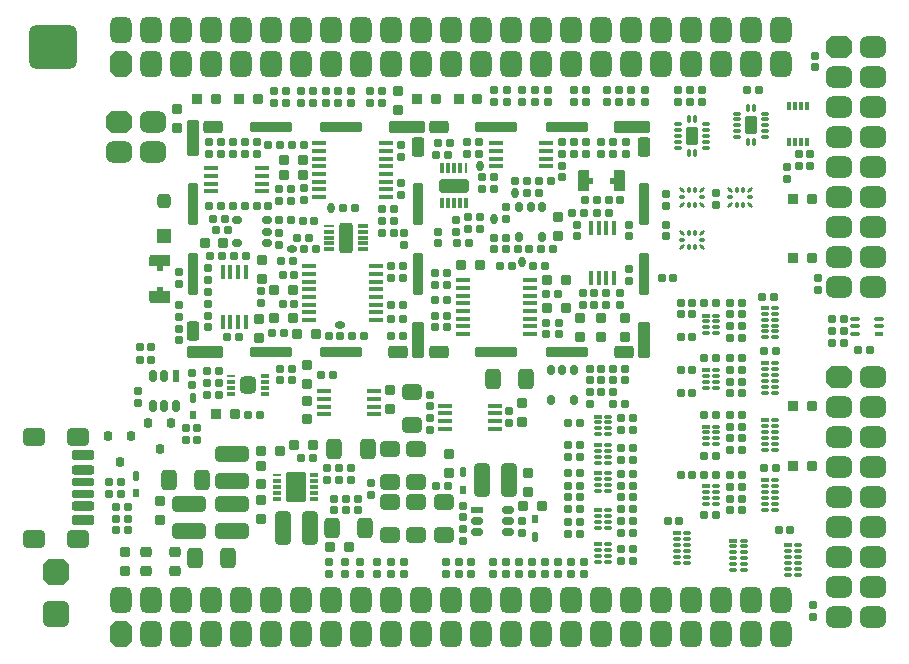
<source format=gbr>
%TF.GenerationSoftware,Altium Limited,Altium Designer,23.9.2 (47)*%
G04 Layer_Color=8388736*
%FSLAX45Y45*%
%MOMM*%
%TF.SameCoordinates,F1AFF133-CB08-443C-B5AD-2193434A7FAF*%
%TF.FilePolarity,Negative*%
%TF.FileFunction,Soldermask,Top*%
%TF.Part,Single*%
G01*
G75*
%TA.AperFunction,SMDPad,CuDef*%
G04:AMPARAMS|DCode=123|XSize=1.73mm|YSize=1.33mm|CornerRadius=0.3525mm|HoleSize=0mm|Usage=FLASHONLY|Rotation=180.000|XOffset=0mm|YOffset=0mm|HoleType=Round|Shape=RoundedRectangle|*
%AMROUNDEDRECTD123*
21,1,1.73000,0.62500,0,0,180.0*
21,1,1.02500,1.33000,0,0,180.0*
1,1,0.70500,-0.51250,0.31250*
1,1,0.70500,0.51250,0.31250*
1,1,0.70500,0.51250,-0.31250*
1,1,0.70500,-0.51250,-0.31250*
%
%ADD123ROUNDEDRECTD123*%
%TA.AperFunction,ComponentPad*%
G04:AMPARAMS|DCode=125|XSize=1.78mm|YSize=2.18mm|CornerRadius=0.465mm|HoleSize=0mm|Usage=FLASHONLY|Rotation=270.000|XOffset=0mm|YOffset=0mm|HoleType=Round|Shape=RoundedRectangle|*
%AMROUNDEDRECTD125*
21,1,1.78000,1.25001,0,0,270.0*
21,1,0.85000,2.18000,0,0,270.0*
1,1,0.93000,-0.62500,-0.42500*
1,1,0.93000,-0.62500,0.42500*
1,1,0.93000,0.62500,0.42500*
1,1,0.93000,0.62500,-0.42500*
%
%ADD125ROUNDEDRECTD125*%
G04:AMPARAMS|DCode=126|XSize=1.78mm|YSize=2.18mm|CornerRadius=0mm|HoleSize=0mm|Usage=FLASHONLY|Rotation=270.000|XOffset=0mm|YOffset=0mm|HoleType=Round|Shape=Octagon|*
%AMOCTAGOND126*
4,1,8,1.09000,0.44500,1.09000,-0.44500,0.64500,-0.89000,-0.64500,-0.89000,-1.09000,-0.44500,-1.09000,0.44500,-0.64500,0.89000,0.64500,0.89000,1.09000,0.44500,0.0*
%
%ADD126OCTAGOND126*%

G04:AMPARAMS|DCode=127|XSize=1.78mm|YSize=2.18mm|CornerRadius=0mm|HoleSize=0mm|Usage=FLASHONLY|Rotation=0.000|XOffset=0mm|YOffset=0mm|HoleType=Round|Shape=Octagon|*
%AMOCTAGOND127*
4,1,8,-0.44500,1.09000,0.44500,1.09000,0.89000,0.64500,0.89000,-0.64500,0.44500,-1.09000,-0.44500,-1.09000,-0.89000,-0.64500,-0.89000,0.64500,-0.44500,1.09000,0.0*
%
%ADD127OCTAGOND127*%

G04:AMPARAMS|DCode=128|XSize=1.78mm|YSize=2.18mm|CornerRadius=0.465mm|HoleSize=0mm|Usage=FLASHONLY|Rotation=0.000|XOffset=0mm|YOffset=0mm|HoleType=Round|Shape=RoundedRectangle|*
%AMROUNDEDRECTD128*
21,1,1.78000,1.25001,0,0,0.0*
21,1,0.85000,2.18000,0,0,0.0*
1,1,0.93000,0.42500,-0.62500*
1,1,0.93000,-0.42500,-0.62500*
1,1,0.93000,-0.42500,0.62500*
1,1,0.93000,0.42500,0.62500*
%
%ADD128ROUNDEDRECTD128*%
G04:AMPARAMS|DCode=129|XSize=1.88mm|YSize=1.53mm|CornerRadius=0.4025mm|HoleSize=0mm|Usage=FLASHONLY|Rotation=180.000|XOffset=0mm|YOffset=0mm|HoleType=Round|Shape=RoundedRectangle|*
%AMROUNDEDRECTD129*
21,1,1.88000,0.72500,0,0,180.0*
21,1,1.07500,1.53000,0,0,180.0*
1,1,0.80500,-0.53750,0.36250*
1,1,0.80500,0.53750,0.36250*
1,1,0.80500,0.53750,-0.36250*
1,1,0.80500,-0.53750,-0.36250*
%
%ADD129ROUNDEDRECTD129*%
G04:AMPARAMS|DCode=130|XSize=4.08mm|YSize=3.68mm|CornerRadius=0.58mm|HoleSize=0mm|Usage=FLASHONLY|Rotation=0.000|XOffset=0mm|YOffset=0mm|HoleType=Round|Shape=RoundedRectangle|*
%AMROUNDEDRECTD130*
21,1,4.08000,2.52000,0,0,0.0*
21,1,2.92000,3.68000,0,0,0.0*
1,1,1.16000,1.46000,-1.26000*
1,1,1.16000,-1.46000,-1.26000*
1,1,1.16000,-1.46000,1.26000*
1,1,1.16000,1.46000,1.26000*
%
%ADD130ROUNDEDRECTD130*%
G04:AMPARAMS|DCode=131|XSize=2.28mm|YSize=2.28mm|CornerRadius=0.59mm|HoleSize=0mm|Usage=FLASHONLY|Rotation=270.000|XOffset=0mm|YOffset=0mm|HoleType=Round|Shape=RoundedRectangle|*
%AMROUNDEDRECTD131*
21,1,2.28000,1.10000,0,0,270.0*
21,1,1.10000,2.28000,0,0,270.0*
1,1,1.18000,-0.55000,-0.55000*
1,1,1.18000,-0.55000,0.55000*
1,1,1.18000,0.55000,0.55000*
1,1,1.18000,0.55000,-0.55000*
%
%ADD131ROUNDEDRECTD131*%
G04:AMPARAMS|DCode=132|XSize=2.28mm|YSize=2.28mm|CornerRadius=0mm|HoleSize=0mm|Usage=FLASHONLY|Rotation=270.000|XOffset=0mm|YOffset=0mm|HoleType=Round|Shape=Octagon|*
%AMOCTAGOND132*
4,1,8,-0.57000,-1.14000,0.57000,-1.14000,1.14000,-0.57000,1.14000,0.57000,0.57000,1.14000,-0.57000,1.14000,-1.14000,0.57000,-1.14000,-0.57000,-0.57000,-1.14000,0.0*
%
%ADD132OCTAGOND132*%

%TA.AperFunction,SMDPad,CuDef*%
G04:AMPARAMS|DCode=600|XSize=2.88mm|YSize=1.38mm|CornerRadius=0.365mm|HoleSize=0mm|Usage=FLASHONLY|Rotation=90.000|XOffset=0mm|YOffset=0mm|HoleType=Round|Shape=RoundedRectangle|*
%AMROUNDEDRECTD600*
21,1,2.88000,0.65000,0,0,90.0*
21,1,2.15000,1.38000,0,0,90.0*
1,1,0.73000,0.32500,1.07500*
1,1,0.73000,0.32500,-1.07500*
1,1,0.73000,-0.32500,-1.07500*
1,1,0.73000,-0.32500,1.07500*
%
%ADD600ROUNDEDRECTD600*%
G04:AMPARAMS|DCode=601|XSize=1.73mm|YSize=1.33mm|CornerRadius=0.3525mm|HoleSize=0mm|Usage=FLASHONLY|Rotation=90.000|XOffset=0mm|YOffset=0mm|HoleType=Round|Shape=RoundedRectangle|*
%AMROUNDEDRECTD601*
21,1,1.73000,0.62500,0,0,90.0*
21,1,1.02500,1.33000,0,0,90.0*
1,1,0.70500,0.31250,0.51250*
1,1,0.70500,0.31250,-0.51250*
1,1,0.70500,-0.31250,-0.51250*
1,1,0.70500,-0.31250,0.51250*
%
%ADD601ROUNDEDRECTD601*%
G04:AMPARAMS|DCode=602|XSize=0.68mm|YSize=0.68mm|CornerRadius=0.19mm|HoleSize=0mm|Usage=FLASHONLY|Rotation=180.000|XOffset=0mm|YOffset=0mm|HoleType=Round|Shape=RoundedRectangle|*
%AMROUNDEDRECTD602*
21,1,0.68000,0.30000,0,0,180.0*
21,1,0.30000,0.68000,0,0,180.0*
1,1,0.38000,-0.15000,0.15000*
1,1,0.38000,0.15000,0.15000*
1,1,0.38000,0.15000,-0.15000*
1,1,0.38000,-0.15000,-0.15000*
%
%ADD602ROUNDEDRECTD602*%
G04:AMPARAMS|DCode=603|XSize=0.68mm|YSize=0.68mm|CornerRadius=0.19mm|HoleSize=0mm|Usage=FLASHONLY|Rotation=270.000|XOffset=0mm|YOffset=0mm|HoleType=Round|Shape=RoundedRectangle|*
%AMROUNDEDRECTD603*
21,1,0.68000,0.30000,0,0,270.0*
21,1,0.30000,0.68000,0,0,270.0*
1,1,0.38000,-0.15000,-0.15000*
1,1,0.38000,-0.15000,0.15000*
1,1,0.38000,0.15000,0.15000*
1,1,0.38000,0.15000,-0.15000*
%
%ADD603ROUNDEDRECTD603*%
%ADD604R,0.66000X0.30000*%
G04:AMPARAMS|DCode=605|XSize=0.3mm|YSize=0.66mm|CornerRadius=0.095mm|HoleSize=0mm|Usage=FLASHONLY|Rotation=90.000|XOffset=0mm|YOffset=0mm|HoleType=Round|Shape=RoundedRectangle|*
%AMROUNDEDRECTD605*
21,1,0.30000,0.47000,0,0,90.0*
21,1,0.11000,0.66000,0,0,90.0*
1,1,0.19000,0.23500,0.05500*
1,1,0.19000,0.23500,-0.05500*
1,1,0.19000,-0.23500,-0.05500*
1,1,0.19000,-0.23500,0.05500*
%
%ADD605ROUNDEDRECTD605*%
G04:AMPARAMS|DCode=606|XSize=0.6mm|YSize=0.28mm|CornerRadius=0mm|HoleSize=0mm|Usage=FLASHONLY|Rotation=315.000|XOffset=0mm|YOffset=0mm|HoleType=Round|Shape=Round|*
%AMOVALD606*
21,1,0.32000,0.28000,0.00000,0.00000,315.0*
1,1,0.28000,-0.11314,0.11314*
1,1,0.28000,0.11314,-0.11314*
%
%ADD606OVALD606*%

%ADD607O,0.28000X0.51000*%
G04:AMPARAMS|DCode=608|XSize=0.6mm|YSize=0.28mm|CornerRadius=0mm|HoleSize=0mm|Usage=FLASHONLY|Rotation=225.000|XOffset=0mm|YOffset=0mm|HoleType=Round|Shape=Round|*
%AMOVALD608*
21,1,0.32000,0.28000,0.00000,0.00000,225.0*
1,1,0.28000,0.11314,0.11314*
1,1,0.28000,-0.11314,-0.11314*
%
%ADD608OVALD608*%

%ADD609O,0.51000X0.28000*%
G04:AMPARAMS|DCode=610|XSize=0.63mm|YSize=0.88mm|CornerRadius=0.1775mm|HoleSize=0mm|Usage=FLASHONLY|Rotation=0.000|XOffset=0mm|YOffset=0mm|HoleType=Round|Shape=RoundedRectangle|*
%AMROUNDEDRECTD610*
21,1,0.63000,0.52500,0,0,0.0*
21,1,0.27500,0.88000,0,0,0.0*
1,1,0.35500,0.13750,-0.26250*
1,1,0.35500,-0.13750,-0.26250*
1,1,0.35500,-0.13750,0.26250*
1,1,0.35500,0.13750,0.26250*
%
%ADD610ROUNDEDRECTD610*%
G04:AMPARAMS|DCode=611|XSize=0.29mm|YSize=0.73mm|CornerRadius=0.0875mm|HoleSize=0mm|Usage=FLASHONLY|Rotation=90.000|XOffset=0mm|YOffset=0mm|HoleType=Round|Shape=RoundedRectangle|*
%AMROUNDEDRECTD611*
21,1,0.29000,0.55500,0,0,90.0*
21,1,0.11500,0.73000,0,0,90.0*
1,1,0.17500,0.27750,0.05750*
1,1,0.17500,0.27750,-0.05750*
1,1,0.17500,-0.27750,-0.05750*
1,1,0.17500,-0.27750,0.05750*
%
%ADD611ROUNDEDRECTD611*%
G04:AMPARAMS|DCode=612|XSize=0.29mm|YSize=0.73mm|CornerRadius=0.0875mm|HoleSize=0mm|Usage=FLASHONLY|Rotation=0.000|XOffset=0mm|YOffset=0mm|HoleType=Round|Shape=RoundedRectangle|*
%AMROUNDEDRECTD612*
21,1,0.29000,0.55500,0,0,0.0*
21,1,0.11500,0.73000,0,0,0.0*
1,1,0.17500,0.05750,-0.27750*
1,1,0.17500,-0.05750,-0.27750*
1,1,0.17500,-0.05750,0.27750*
1,1,0.17500,0.05750,0.27750*
%
%ADD612ROUNDEDRECTD612*%
G04:AMPARAMS|DCode=613|XSize=1.06mm|YSize=1.56mm|CornerRadius=0.28mm|HoleSize=0mm|Usage=FLASHONLY|Rotation=0.000|XOffset=0mm|YOffset=0mm|HoleType=Round|Shape=RoundedRectangle|*
%AMROUNDEDRECTD613*
21,1,1.06000,1.00000,0,0,0.0*
21,1,0.50000,1.56000,0,0,0.0*
1,1,0.56000,0.25000,-0.50000*
1,1,0.56000,-0.25000,-0.50000*
1,1,0.56000,-0.25000,0.50000*
1,1,0.56000,0.25000,0.50000*
%
%ADD613ROUNDEDRECTD613*%
G04:AMPARAMS|DCode=614|XSize=0.29mm|YSize=0.76mm|CornerRadius=0.0875mm|HoleSize=0mm|Usage=FLASHONLY|Rotation=90.000|XOffset=0mm|YOffset=0mm|HoleType=Round|Shape=RoundedRectangle|*
%AMROUNDEDRECTD614*
21,1,0.29000,0.58500,0,0,90.0*
21,1,0.11500,0.76000,0,0,90.0*
1,1,0.17500,0.29250,0.05750*
1,1,0.17500,0.29250,-0.05750*
1,1,0.17500,-0.29250,-0.05750*
1,1,0.17500,-0.29250,0.05750*
%
%ADD614ROUNDEDRECTD614*%
G04:AMPARAMS|DCode=615|XSize=2.56mm|YSize=1.71mm|CornerRadius=0.195mm|HoleSize=0mm|Usage=FLASHONLY|Rotation=90.000|XOffset=0mm|YOffset=0mm|HoleType=Round|Shape=RoundedRectangle|*
%AMROUNDEDRECTD615*
21,1,2.56000,1.32000,0,0,90.0*
21,1,2.17000,1.71000,0,0,90.0*
1,1,0.39000,0.66000,1.08500*
1,1,0.39000,0.66000,-1.08500*
1,1,0.39000,-0.66000,-1.08500*
1,1,0.39000,-0.66000,1.08500*
%
%ADD615ROUNDEDRECTD615*%
%ADD616R,0.76000X0.29000*%
%ADD617R,1.21000X0.41000*%
G04:AMPARAMS|DCode=618|XSize=0.41mm|YSize=1.21mm|CornerRadius=0.1175mm|HoleSize=0mm|Usage=FLASHONLY|Rotation=90.000|XOffset=0mm|YOffset=0mm|HoleType=Round|Shape=RoundedRectangle|*
%AMROUNDEDRECTD618*
21,1,0.41000,0.97500,0,0,90.0*
21,1,0.17500,1.21000,0,0,90.0*
1,1,0.23500,0.48750,0.08750*
1,1,0.23500,0.48750,-0.08750*
1,1,0.23500,-0.48750,-0.08750*
1,1,0.23500,-0.48750,0.08750*
%
%ADD618ROUNDEDRECTD618*%
G04:AMPARAMS|DCode=619|XSize=0.63mm|YSize=0.98mm|CornerRadius=0.1775mm|HoleSize=0mm|Usage=FLASHONLY|Rotation=90.000|XOffset=0mm|YOffset=0mm|HoleType=Round|Shape=RoundedRectangle|*
%AMROUNDEDRECTD619*
21,1,0.63000,0.62500,0,0,90.0*
21,1,0.27500,0.98000,0,0,90.0*
1,1,0.35500,0.31250,0.13750*
1,1,0.35500,0.31250,-0.13750*
1,1,0.35500,-0.31250,-0.13750*
1,1,0.35500,-0.31250,0.13750*
%
%ADD619ROUNDEDRECTD619*%
%ADD620R,0.98000X0.63000*%
G04:AMPARAMS|DCode=621|XSize=0.63mm|YSize=0.98mm|CornerRadius=0.1775mm|HoleSize=0mm|Usage=FLASHONLY|Rotation=0.000|XOffset=0mm|YOffset=0mm|HoleType=Round|Shape=RoundedRectangle|*
%AMROUNDEDRECTD621*
21,1,0.63000,0.62500,0,0,0.0*
21,1,0.27500,0.98000,0,0,0.0*
1,1,0.35500,0.13750,-0.31250*
1,1,0.35500,-0.13750,-0.31250*
1,1,0.35500,-0.13750,0.31250*
1,1,0.35500,0.13750,0.31250*
%
%ADD621ROUNDEDRECTD621*%
%ADD622R,0.63000X0.98000*%
G04:AMPARAMS|DCode=623|XSize=1.46mm|YSize=1.36mm|CornerRadius=0.355mm|HoleSize=0mm|Usage=FLASHONLY|Rotation=90.000|XOffset=0mm|YOffset=0mm|HoleType=Round|Shape=RoundedRectangle|*
%AMROUNDEDRECTD623*
21,1,1.46000,0.65000,0,0,90.0*
21,1,0.75000,1.36000,0,0,90.0*
1,1,0.71000,0.32500,0.37500*
1,1,0.71000,0.32500,-0.37500*
1,1,0.71000,-0.32500,-0.37500*
1,1,0.71000,-0.32500,0.37500*
%
%ADD623ROUNDEDRECTD623*%
%ADD624R,0.78000X0.41000*%
G04:AMPARAMS|DCode=625|XSize=0.41mm|YSize=0.78mm|CornerRadius=0.1225mm|HoleSize=0mm|Usage=FLASHONLY|Rotation=270.000|XOffset=0mm|YOffset=0mm|HoleType=Round|Shape=RoundedRectangle|*
%AMROUNDEDRECTD625*
21,1,0.41000,0.53500,0,0,270.0*
21,1,0.16500,0.78000,0,0,270.0*
1,1,0.24500,-0.26750,-0.08250*
1,1,0.24500,-0.26750,0.08250*
1,1,0.24500,0.26750,0.08250*
1,1,0.24500,0.26750,-0.08250*
%
%ADD625ROUNDEDRECTD625*%
%ADD626R,0.30000X0.75000*%
G04:AMPARAMS|DCode=627|XSize=0.3mm|YSize=0.75mm|CornerRadius=0.0875mm|HoleSize=0mm|Usage=FLASHONLY|Rotation=0.000|XOffset=0mm|YOffset=0mm|HoleType=Round|Shape=RoundedRectangle|*
%AMROUNDEDRECTD627*
21,1,0.30000,0.57500,0,0,0.0*
21,1,0.12500,0.75000,0,0,0.0*
1,1,0.17500,0.06250,-0.28750*
1,1,0.17500,-0.06250,-0.28750*
1,1,0.17500,-0.06250,0.28750*
1,1,0.17500,0.06250,0.28750*
%
%ADD627ROUNDEDRECTD627*%
G04:AMPARAMS|DCode=628|XSize=0.63mm|YSize=0.88mm|CornerRadius=0.1775mm|HoleSize=0mm|Usage=FLASHONLY|Rotation=270.000|XOffset=0mm|YOffset=0mm|HoleType=Round|Shape=RoundedRectangle|*
%AMROUNDEDRECTD628*
21,1,0.63000,0.52500,0,0,270.0*
21,1,0.27500,0.88000,0,0,270.0*
1,1,0.35500,-0.26250,-0.13750*
1,1,0.35500,-0.26250,0.13750*
1,1,0.35500,0.26250,0.13750*
1,1,0.35500,0.26250,-0.13750*
%
%ADD628ROUNDEDRECTD628*%
%ADD629R,1.26000X0.41000*%
G04:AMPARAMS|DCode=630|XSize=0.41mm|YSize=1.26mm|CornerRadius=0.1175mm|HoleSize=0mm|Usage=FLASHONLY|Rotation=90.000|XOffset=0mm|YOffset=0mm|HoleType=Round|Shape=RoundedRectangle|*
%AMROUNDEDRECTD630*
21,1,0.41000,1.02500,0,0,90.0*
21,1,0.17500,1.26000,0,0,90.0*
1,1,0.23500,0.51250,0.08750*
1,1,0.23500,0.51250,-0.08750*
1,1,0.23500,-0.51250,-0.08750*
1,1,0.23500,-0.51250,0.08750*
%
%ADD630ROUNDEDRECTD630*%
G04:AMPARAMS|DCode=631|XSize=2.61mm|YSize=1.16mm|CornerRadius=0.305mm|HoleSize=0mm|Usage=FLASHONLY|Rotation=90.000|XOffset=0mm|YOffset=0mm|HoleType=Round|Shape=RoundedRectangle|*
%AMROUNDEDRECTD631*
21,1,2.61000,0.55000,0,0,90.0*
21,1,2.00000,1.16000,0,0,90.0*
1,1,0.61000,0.27500,1.00000*
1,1,0.61000,0.27500,-1.00000*
1,1,0.61000,-0.27500,-1.00000*
1,1,0.61000,-0.27500,1.00000*
%
%ADD631ROUNDEDRECTD631*%
G04:AMPARAMS|DCode=632|XSize=0.29mm|YSize=0.91mm|CornerRadius=0.0875mm|HoleSize=0mm|Usage=FLASHONLY|Rotation=90.000|XOffset=0mm|YOffset=0mm|HoleType=Round|Shape=RoundedRectangle|*
%AMROUNDEDRECTD632*
21,1,0.29000,0.73500,0,0,90.0*
21,1,0.11500,0.91000,0,0,90.0*
1,1,0.17500,0.36750,0.05750*
1,1,0.17500,0.36750,-0.05750*
1,1,0.17500,-0.36750,-0.05750*
1,1,0.17500,-0.36750,0.05750*
%
%ADD632ROUNDEDRECTD632*%
%ADD633R,0.91000X0.29000*%
%ADD634R,0.41000X1.21000*%
G04:AMPARAMS|DCode=635|XSize=0.41mm|YSize=1.21mm|CornerRadius=0.1175mm|HoleSize=0mm|Usage=FLASHONLY|Rotation=180.000|XOffset=0mm|YOffset=0mm|HoleType=Round|Shape=RoundedRectangle|*
%AMROUNDEDRECTD635*
21,1,0.41000,0.97500,0,0,180.0*
21,1,0.17500,1.21000,0,0,180.0*
1,1,0.23500,-0.08750,0.48750*
1,1,0.23500,0.08750,0.48750*
1,1,0.23500,0.08750,-0.48750*
1,1,0.23500,-0.08750,-0.48750*
%
%ADD635ROUNDEDRECTD635*%
G04:AMPARAMS|DCode=636|XSize=2.61mm|YSize=1.16mm|CornerRadius=0.305mm|HoleSize=0mm|Usage=FLASHONLY|Rotation=0.000|XOffset=0mm|YOffset=0mm|HoleType=Round|Shape=RoundedRectangle|*
%AMROUNDEDRECTD636*
21,1,2.61000,0.55000,0,0,0.0*
21,1,2.00000,1.16000,0,0,0.0*
1,1,0.61000,1.00000,-0.27500*
1,1,0.61000,-1.00000,-0.27500*
1,1,0.61000,-1.00000,0.27500*
1,1,0.61000,1.00000,0.27500*
%
%ADD636ROUNDEDRECTD636*%
G04:AMPARAMS|DCode=637|XSize=0.29mm|YSize=0.91mm|CornerRadius=0.0875mm|HoleSize=0mm|Usage=FLASHONLY|Rotation=0.000|XOffset=0mm|YOffset=0mm|HoleType=Round|Shape=RoundedRectangle|*
%AMROUNDEDRECTD637*
21,1,0.29000,0.73500,0,0,0.0*
21,1,0.11500,0.91000,0,0,0.0*
1,1,0.17500,0.05750,-0.36750*
1,1,0.17500,-0.05750,-0.36750*
1,1,0.17500,-0.05750,0.36750*
1,1,0.17500,0.05750,0.36750*
%
%ADD637ROUNDEDRECTD637*%
%ADD638R,0.29000X0.91000*%
%ADD639O,0.88000X0.68000*%
%ADD640O,0.68000X0.88000*%
G04:AMPARAMS|DCode=641|XSize=0.68mm|YSize=0.78mm|CornerRadius=0.19mm|HoleSize=0mm|Usage=FLASHONLY|Rotation=0.000|XOffset=0mm|YOffset=0mm|HoleType=Round|Shape=RoundedRectangle|*
%AMROUNDEDRECTD641*
21,1,0.68000,0.40000,0,0,0.0*
21,1,0.30000,0.78000,0,0,0.0*
1,1,0.38000,0.15000,-0.20000*
1,1,0.38000,-0.15000,-0.20000*
1,1,0.38000,-0.15000,0.20000*
1,1,0.38000,0.15000,0.20000*
%
%ADD641ROUNDEDRECTD641*%
%ADD642O,1.78000X0.38000*%
%ADD643R,0.54000X1.00000*%
%ADD644O,0.38000X1.78000*%
%ADD645R,1.00000X0.54000*%
G04:AMPARAMS|DCode=646|XSize=1.88mm|YSize=0.71mm|CornerRadius=0.1975mm|HoleSize=0mm|Usage=FLASHONLY|Rotation=180.000|XOffset=0mm|YOffset=0mm|HoleType=Round|Shape=RoundedRectangle|*
%AMROUNDEDRECTD646*
21,1,1.88000,0.31500,0,0,180.0*
21,1,1.48500,0.71000,0,0,180.0*
1,1,0.39500,-0.74250,0.15750*
1,1,0.39500,0.74250,0.15750*
1,1,0.39500,0.74250,-0.15750*
1,1,0.39500,-0.74250,-0.15750*
%
%ADD646ROUNDEDRECTD646*%
G04:AMPARAMS|DCode=647|XSize=1.88mm|YSize=0.8mm|CornerRadius=0.22mm|HoleSize=0mm|Usage=FLASHONLY|Rotation=180.000|XOffset=0mm|YOffset=0mm|HoleType=Round|Shape=RoundedRectangle|*
%AMROUNDEDRECTD647*
21,1,1.88000,0.36000,0,0,180.0*
21,1,1.44000,0.80000,0,0,180.0*
1,1,0.44000,-0.72000,0.18000*
1,1,0.44000,0.72000,0.18000*
1,1,0.44000,0.72000,-0.18000*
1,1,0.44000,-0.72000,-0.18000*
%
%ADD647ROUNDEDRECTD647*%
G04:AMPARAMS|DCode=648|XSize=1.88mm|YSize=0.88mm|CornerRadius=0.24mm|HoleSize=0mm|Usage=FLASHONLY|Rotation=180.000|XOffset=0mm|YOffset=0mm|HoleType=Round|Shape=RoundedRectangle|*
%AMROUNDEDRECTD648*
21,1,1.88000,0.40000,0,0,180.0*
21,1,1.40000,0.88000,0,0,180.0*
1,1,0.48000,-0.70000,0.20000*
1,1,0.48000,0.70000,0.20000*
1,1,0.48000,0.70000,-0.20000*
1,1,0.48000,-0.70000,-0.20000*
%
%ADD648ROUNDEDRECTD648*%
G04:AMPARAMS|DCode=649|XSize=3.08mm|YSize=1.08mm|CornerRadius=0.29mm|HoleSize=0mm|Usage=FLASHONLY|Rotation=90.000|XOffset=0mm|YOffset=0mm|HoleType=Round|Shape=RoundedRectangle|*
%AMROUNDEDRECTD649*
21,1,3.08000,0.50000,0,0,90.0*
21,1,2.50000,1.08000,0,0,90.0*
1,1,0.58000,0.25000,1.25000*
1,1,0.58000,0.25000,-1.25000*
1,1,0.58000,-0.25000,-1.25000*
1,1,0.58000,-0.25000,1.25000*
%
%ADD649ROUNDEDRECTD649*%
%TA.AperFunction,SMDPad,SMDef*%
G04:AMPARAMS|DCode=650|XSize=3.6mm|YSize=0.8mm|CornerRadius=0.15mm|HoleSize=0mm|Usage=FLASHONLY|Rotation=90.000|XOffset=0mm|YOffset=0mm|HoleType=Round|Shape=RoundedRectangle|*
%AMROUNDEDRECTD650*
21,1,3.60000,0.50000,0,0,90.0*
21,1,3.30000,0.80000,0,0,90.0*
1,1,0.30000,0.25000,1.65000*
1,1,0.30000,0.25000,-1.65000*
1,1,0.30000,-0.25000,-1.65000*
1,1,0.30000,-0.25000,1.65000*
%
%ADD650ROUNDEDRECTD650*%
%TA.AperFunction,SMDPad,CuDef*%
G04:AMPARAMS|DCode=651|XSize=1.68mm|YSize=1.08mm|CornerRadius=0.29mm|HoleSize=0mm|Usage=FLASHONLY|Rotation=180.000|XOffset=0mm|YOffset=0mm|HoleType=Round|Shape=RoundedRectangle|*
%AMROUNDEDRECTD651*
21,1,1.68000,0.50000,0,0,180.0*
21,1,1.10000,1.08000,0,0,180.0*
1,1,0.58000,-0.55000,0.25000*
1,1,0.58000,0.55000,0.25000*
1,1,0.58000,0.55000,-0.25000*
1,1,0.58000,-0.55000,-0.25000*
%
%ADD651ROUNDEDRECTD651*%
G04:AMPARAMS|DCode=652|XSize=3.08mm|YSize=1.08mm|CornerRadius=0.29mm|HoleSize=0mm|Usage=FLASHONLY|Rotation=0.000|XOffset=0mm|YOffset=0mm|HoleType=Round|Shape=RoundedRectangle|*
%AMROUNDEDRECTD652*
21,1,3.08000,0.50000,0,0,0.0*
21,1,2.50000,1.08000,0,0,0.0*
1,1,0.58000,1.25000,-0.25000*
1,1,0.58000,-1.25000,-0.25000*
1,1,0.58000,-1.25000,0.25000*
1,1,0.58000,1.25000,0.25000*
%
%ADD652ROUNDEDRECTD652*%
%TA.AperFunction,SMDPad,SMDef*%
G04:AMPARAMS|DCode=653|XSize=3.596mm|YSize=0.796mm|CornerRadius=0.148mm|HoleSize=0mm|Usage=FLASHONLY|Rotation=0.000|XOffset=0mm|YOffset=0mm|HoleType=Round|Shape=RoundedRectangle|*
%AMROUNDEDRECTD653*
21,1,3.59600,0.50000,0,0,0.0*
21,1,3.30000,0.79600,0,0,0.0*
1,1,0.29600,1.65000,-0.25000*
1,1,0.29600,-1.65000,-0.25000*
1,1,0.29600,-1.65000,0.25000*
1,1,0.29600,1.65000,0.25000*
%
%ADD653ROUNDEDRECTD653*%
G04:AMPARAMS|DCode=654|XSize=3.6mm|YSize=0.8mm|CornerRadius=0.15mm|HoleSize=0mm|Usage=FLASHONLY|Rotation=0.000|XOffset=0mm|YOffset=0mm|HoleType=Round|Shape=RoundedRectangle|*
%AMROUNDEDRECTD654*
21,1,3.60000,0.50000,0,0,0.0*
21,1,3.30000,0.80000,0,0,0.0*
1,1,0.30000,1.65000,-0.25000*
1,1,0.30000,-1.65000,-0.25000*
1,1,0.30000,-1.65000,0.25000*
1,1,0.30000,1.65000,0.25000*
%
%ADD654ROUNDEDRECTD654*%
%TA.AperFunction,SMDPad,CuDef*%
G04:AMPARAMS|DCode=655|XSize=1.68mm|YSize=1.08mm|CornerRadius=0.29mm|HoleSize=0mm|Usage=FLASHONLY|Rotation=90.000|XOffset=0mm|YOffset=0mm|HoleType=Round|Shape=RoundedRectangle|*
%AMROUNDEDRECTD655*
21,1,1.68000,0.50000,0,0,90.0*
21,1,1.10000,1.08000,0,0,90.0*
1,1,0.58000,0.25000,0.55000*
1,1,0.58000,0.25000,-0.55000*
1,1,0.58000,-0.25000,-0.55000*
1,1,0.58000,-0.25000,0.55000*
%
%ADD655ROUNDEDRECTD655*%
G04:AMPARAMS|DCode=656|XSize=2.88mm|YSize=1.38mm|CornerRadius=0.365mm|HoleSize=0mm|Usage=FLASHONLY|Rotation=0.000|XOffset=0mm|YOffset=0mm|HoleType=Round|Shape=RoundedRectangle|*
%AMROUNDEDRECTD656*
21,1,2.88000,0.65000,0,0,0.0*
21,1,2.15000,1.38000,0,0,0.0*
1,1,0.73000,1.07500,-0.32500*
1,1,0.73000,-1.07500,-0.32500*
1,1,0.73000,-1.07500,0.32500*
1,1,0.73000,1.07500,0.32500*
%
%ADD656ROUNDEDRECTD656*%
G04:AMPARAMS|DCode=657|XSize=0.98mm|YSize=0.88mm|CornerRadius=0.24mm|HoleSize=0mm|Usage=FLASHONLY|Rotation=0.000|XOffset=0mm|YOffset=0mm|HoleType=Round|Shape=RoundedRectangle|*
%AMROUNDEDRECTD657*
21,1,0.98000,0.40000,0,0,0.0*
21,1,0.50000,0.88000,0,0,0.0*
1,1,0.48000,0.25000,-0.20000*
1,1,0.48000,-0.25000,-0.20000*
1,1,0.48000,-0.25000,0.20000*
1,1,0.48000,0.25000,0.20000*
%
%ADD657ROUNDEDRECTD657*%
G04:AMPARAMS|DCode=658|XSize=0.88mm|YSize=0.88mm|CornerRadius=0.24mm|HoleSize=0mm|Usage=FLASHONLY|Rotation=90.000|XOffset=0mm|YOffset=0mm|HoleType=Round|Shape=RoundedRectangle|*
%AMROUNDEDRECTD658*
21,1,0.88000,0.40000,0,0,90.0*
21,1,0.40000,0.88000,0,0,90.0*
1,1,0.48000,0.20000,0.20000*
1,1,0.48000,0.20000,-0.20000*
1,1,0.48000,-0.20000,-0.20000*
1,1,0.48000,-0.20000,0.20000*
%
%ADD658ROUNDEDRECTD658*%
%ADD659R,0.88000X0.88000*%
%ADD660R,0.58000X0.78000*%
G04:AMPARAMS|DCode=661|XSize=0.58mm|YSize=0.78mm|CornerRadius=0.165mm|HoleSize=0mm|Usage=FLASHONLY|Rotation=180.000|XOffset=0mm|YOffset=0mm|HoleType=Round|Shape=RoundedRectangle|*
%AMROUNDEDRECTD661*
21,1,0.58000,0.45000,0,0,180.0*
21,1,0.25000,0.78000,0,0,180.0*
1,1,0.33000,-0.12500,0.22500*
1,1,0.33000,0.12500,0.22500*
1,1,0.33000,0.12500,-0.22500*
1,1,0.33000,-0.12500,-0.22500*
%
%ADD661ROUNDEDRECTD661*%
%ADD662R,1.18000X1.18000*%
G04:AMPARAMS|DCode=663|XSize=1.18mm|YSize=1.18mm|CornerRadius=0.315mm|HoleSize=0mm|Usage=FLASHONLY|Rotation=180.000|XOffset=0mm|YOffset=0mm|HoleType=Round|Shape=RoundedRectangle|*
%AMROUNDEDRECTD663*
21,1,1.18000,0.55000,0,0,180.0*
21,1,0.55000,1.18000,0,0,180.0*
1,1,0.63000,-0.27500,0.27500*
1,1,0.63000,0.27500,0.27500*
1,1,0.63000,0.27500,-0.27500*
1,1,0.63000,-0.27500,-0.27500*
%
%ADD663ROUNDEDRECTD663*%
G04:AMPARAMS|DCode=664|XSize=0.88mm|YSize=0.88mm|CornerRadius=0.24mm|HoleSize=0mm|Usage=FLASHONLY|Rotation=180.000|XOffset=0mm|YOffset=0mm|HoleType=Round|Shape=RoundedRectangle|*
%AMROUNDEDRECTD664*
21,1,0.88000,0.40000,0,0,180.0*
21,1,0.40000,0.88000,0,0,180.0*
1,1,0.48000,-0.20000,0.20000*
1,1,0.48000,0.20000,0.20000*
1,1,0.48000,0.20000,-0.20000*
1,1,0.48000,-0.20000,-0.20000*
%
%ADD664ROUNDEDRECTD664*%
G36*
X2445784Y3073942D02*
X2446538Y3073713D01*
X2447233Y3073342D01*
X2447842Y3072842D01*
X2448342Y3072233D01*
X2448713Y3071538D01*
X2448942Y3070784D01*
X2449019Y3070000D01*
Y2995000D01*
X2448942Y2994216D01*
X2448713Y2993462D01*
X2448342Y2992767D01*
X2447842Y2992158D01*
X2447233Y2991658D01*
X2446538Y2991287D01*
X2445784Y2991058D01*
X2445000Y2990981D01*
X2275000D01*
X2274216Y2991058D01*
X2273462Y2991287D01*
X2272767Y2991658D01*
X2272158Y2992158D01*
X2271658Y2992767D01*
X2271287Y2993462D01*
X2271058Y2994216D01*
X2270981Y2995000D01*
Y3070000D01*
X2271058Y3070784D01*
X2271287Y3071538D01*
X2271658Y3072233D01*
X2272158Y3072842D01*
X2272767Y3073342D01*
X2273462Y3073713D01*
X2274216Y3073942D01*
X2275000Y3074019D01*
X2332511D01*
X2333295Y3073942D01*
X2334049Y3073713D01*
X2334744Y3073342D01*
X2335353Y3072842D01*
X2335853Y3072233D01*
X2336224Y3071538D01*
X2336453Y3070784D01*
X2336531Y3070000D01*
Y3014006D01*
X2383527D01*
Y3070000D01*
X2383604Y3070784D01*
X2383833Y3071538D01*
X2384204Y3072233D01*
X2384704Y3072842D01*
X2385313Y3073342D01*
X2386008Y3073713D01*
X2386762Y3073942D01*
X2387546Y3074019D01*
X2445000D01*
X2445784Y3073942D01*
D02*
G37*
G36*
Y3368942D02*
X2446538Y3368713D01*
X2447233Y3368342D01*
X2447842Y3367842D01*
X2448342Y3367233D01*
X2448713Y3366538D01*
X2448942Y3365784D01*
X2449019Y3365000D01*
Y3290000D01*
X2448942Y3289216D01*
X2448713Y3288462D01*
X2448342Y3287767D01*
X2447842Y3287158D01*
X2447233Y3286658D01*
X2446538Y3286287D01*
X2445784Y3286058D01*
X2445000Y3285981D01*
X2387505Y3285981D01*
X2386721Y3286058D01*
X2385967Y3286287D01*
X2385272Y3286659D01*
X2384663Y3287159D01*
X2384163Y3287768D01*
X2383792Y3288462D01*
X2383563Y3289216D01*
X2383486Y3290001D01*
X2383485Y3345986D01*
X2336522Y3345986D01*
X2336522Y3290000D01*
X2336445Y3289216D01*
X2336216Y3288462D01*
X2335845Y3287767D01*
X2335345Y3287158D01*
X2334736Y3286658D01*
X2334041Y3286287D01*
X2333287Y3286058D01*
X2332503Y3285981D01*
X2275000Y3285981D01*
X2274216Y3286058D01*
X2273462Y3286287D01*
X2272767Y3286658D01*
X2272158Y3287158D01*
X2271658Y3287767D01*
X2271287Y3288462D01*
X2271058Y3289216D01*
X2270981Y3290000D01*
Y3365000D01*
X2271058Y3365784D01*
X2271287Y3366538D01*
X2271658Y3367233D01*
X2272158Y3367842D01*
X2272767Y3368342D01*
X2273462Y3368713D01*
X2274216Y3368942D01*
X2275000Y3369019D01*
X2445000D01*
X2445784Y3368942D01*
D02*
G37*
G36*
X5990784Y4098942D02*
X5991538Y4098713D01*
X5992233Y4098342D01*
X5992842Y4097842D01*
X5993342Y4097233D01*
X5993713Y4096538D01*
X5993942Y4095784D01*
X5994019Y4095000D01*
X5994019Y4037505D01*
X5993942Y4036721D01*
X5993713Y4035967D01*
X5993341Y4035272D01*
X5992841Y4034663D01*
X5992232Y4034163D01*
X5991538Y4033792D01*
X5990784Y4033563D01*
X5989999Y4033486D01*
X5934014Y4033485D01*
X5934014Y3986522D01*
X5990000Y3986522D01*
X5990784Y3986445D01*
X5991538Y3986216D01*
X5992233Y3985845D01*
X5992842Y3985345D01*
X5993342Y3984736D01*
X5993713Y3984041D01*
X5993942Y3983287D01*
X5994019Y3982503D01*
X5994019Y3925000D01*
X5993942Y3924216D01*
X5993713Y3923462D01*
X5993342Y3922767D01*
X5992842Y3922158D01*
X5992233Y3921658D01*
X5991538Y3921287D01*
X5990784Y3921058D01*
X5990000Y3920981D01*
X5915000D01*
X5914216Y3921058D01*
X5913462Y3921287D01*
X5912767Y3921658D01*
X5912158Y3922158D01*
X5911658Y3922767D01*
X5911287Y3923462D01*
X5911058Y3924216D01*
X5910981Y3925000D01*
Y4095000D01*
X5911058Y4095784D01*
X5911287Y4096538D01*
X5911658Y4097233D01*
X5912158Y4097842D01*
X5912767Y4098342D01*
X5913462Y4098713D01*
X5914216Y4098942D01*
X5915000Y4099019D01*
X5990000D01*
X5990784Y4098942D01*
D02*
G37*
G36*
X6285784D02*
X6286538Y4098713D01*
X6287233Y4098342D01*
X6287842Y4097842D01*
X6288342Y4097233D01*
X6288713Y4096538D01*
X6288942Y4095784D01*
X6289019Y4095000D01*
Y3925000D01*
X6288942Y3924216D01*
X6288713Y3923462D01*
X6288342Y3922767D01*
X6287842Y3922158D01*
X6287233Y3921658D01*
X6286538Y3921287D01*
X6285784Y3921058D01*
X6285000Y3920981D01*
X6210000D01*
X6209216Y3921058D01*
X6208462Y3921287D01*
X6207767Y3921658D01*
X6207158Y3922158D01*
X6206658Y3922767D01*
X6206287Y3923462D01*
X6206058Y3924216D01*
X6205981Y3925000D01*
Y3982511D01*
X6206058Y3983295D01*
X6206287Y3984049D01*
X6206658Y3984744D01*
X6207158Y3985353D01*
X6207767Y3985853D01*
X6208462Y3986224D01*
X6209216Y3986453D01*
X6210000Y3986531D01*
X6265994D01*
Y4033527D01*
X6210000D01*
X6209216Y4033604D01*
X6208462Y4033833D01*
X6207767Y4034204D01*
X6207158Y4034704D01*
X6206658Y4035313D01*
X6206287Y4036008D01*
X6206058Y4036762D01*
X6205981Y4037546D01*
Y4095000D01*
X6206058Y4095784D01*
X6206287Y4096538D01*
X6206658Y4097233D01*
X6207158Y4097842D01*
X6207767Y4098342D01*
X6208462Y4098713D01*
X6209216Y4098942D01*
X6210000Y4099019D01*
X6285000D01*
X6285784Y4098942D01*
D02*
G37*
D123*
X4310000Y1460000D02*
D03*
Y1740000D02*
D03*
X4530000Y1290000D02*
D03*
Y1010000D02*
D03*
X4310000Y1290000D02*
D03*
Y1010000D02*
D03*
X4530000Y1460000D02*
D03*
Y1740000D02*
D03*
X4500000Y1940000D02*
D03*
Y2220000D02*
D03*
X4770000Y1290000D02*
D03*
Y1010000D02*
D03*
D125*
X8402000Y317500D02*
D03*
Y571500D02*
D03*
X8108000Y317500D02*
D03*
Y571500D02*
D03*
X8402000Y825500D02*
D03*
Y1079500D02*
D03*
Y1333500D02*
D03*
Y1587500D02*
D03*
Y1841500D02*
D03*
Y2095500D02*
D03*
Y2349500D02*
D03*
X8108000Y825500D02*
D03*
Y1079500D02*
D03*
Y1333500D02*
D03*
Y1587500D02*
D03*
Y1841500D02*
D03*
Y2095500D02*
D03*
X8402000Y3111500D02*
D03*
Y3365500D02*
D03*
X8108000Y3111500D02*
D03*
Y3365500D02*
D03*
X8402000Y3619500D02*
D03*
Y3873500D02*
D03*
Y4127500D02*
D03*
Y4381500D02*
D03*
Y4635500D02*
D03*
Y4889500D02*
D03*
Y5143500D02*
D03*
X8108000Y3619500D02*
D03*
Y3873500D02*
D03*
Y4127500D02*
D03*
Y4381500D02*
D03*
Y4635500D02*
D03*
Y4889500D02*
D03*
X2306000Y4512400D02*
D03*
Y4258400D02*
D03*
X2012000D02*
D03*
D126*
X8108000Y2349500D02*
D03*
Y5143500D02*
D03*
X2012000Y4512400D02*
D03*
D127*
X2032000Y170500D02*
D03*
Y4996500D02*
D03*
D128*
X2286000Y170500D02*
D03*
X2540000D02*
D03*
X2794000D02*
D03*
X3048000D02*
D03*
X3302000D02*
D03*
X3556000D02*
D03*
X3810000D02*
D03*
X4064000D02*
D03*
X4318000D02*
D03*
X4572000D02*
D03*
X4826000D02*
D03*
X5080000D02*
D03*
X5334000D02*
D03*
X5588000D02*
D03*
X5842000D02*
D03*
X6096000D02*
D03*
X6350000D02*
D03*
X6604000D02*
D03*
X6858000D02*
D03*
X7112000D02*
D03*
X7366000D02*
D03*
X7620000D02*
D03*
X2032000Y464500D02*
D03*
X2286000D02*
D03*
X2540000D02*
D03*
X2794000D02*
D03*
X3048000D02*
D03*
X3302000D02*
D03*
X3556000D02*
D03*
X3810000D02*
D03*
X4064000D02*
D03*
X4318000D02*
D03*
X4572000D02*
D03*
X4826000D02*
D03*
X5080000D02*
D03*
X5334000D02*
D03*
X5588000D02*
D03*
X5842000D02*
D03*
X6096000D02*
D03*
X6350000D02*
D03*
X6604000D02*
D03*
X6858000D02*
D03*
X7112000D02*
D03*
X7366000D02*
D03*
X7620000D02*
D03*
X2286000Y4996500D02*
D03*
X2540000D02*
D03*
X2794000D02*
D03*
X3048000D02*
D03*
X3302000D02*
D03*
X3556000D02*
D03*
X3810000D02*
D03*
X4064000D02*
D03*
X4318000D02*
D03*
X4572000D02*
D03*
X4826000D02*
D03*
X5080000D02*
D03*
X5334000D02*
D03*
X5588000D02*
D03*
X5842000D02*
D03*
X6096000D02*
D03*
X6350000D02*
D03*
X6604000D02*
D03*
X6858000D02*
D03*
X7112000D02*
D03*
X7366000D02*
D03*
X7620000D02*
D03*
X2032000Y5290500D02*
D03*
X2286000D02*
D03*
X2540000D02*
D03*
X2794000D02*
D03*
X3048000D02*
D03*
X3302000D02*
D03*
X3556000D02*
D03*
X3810000D02*
D03*
X4064000D02*
D03*
X4318000D02*
D03*
X4572000D02*
D03*
X4826000D02*
D03*
X5080000D02*
D03*
X5334000D02*
D03*
X5588000D02*
D03*
X5842000D02*
D03*
X6096000D02*
D03*
X6350000D02*
D03*
X6604000D02*
D03*
X6858000D02*
D03*
X7112000D02*
D03*
X7366000D02*
D03*
X7620000D02*
D03*
D129*
X1672000Y978000D02*
D03*
X1292000D02*
D03*
X1672000Y1842000D02*
D03*
X1292000D02*
D03*
D130*
X1460500Y5143500D02*
D03*
D131*
X1480000Y345000D02*
D03*
D132*
Y695000D02*
D03*
D600*
X3399998Y1070001D02*
D03*
X3629998D02*
D03*
X5315000Y1480000D02*
D03*
X5085000D02*
D03*
D601*
X5460000Y2330000D02*
D03*
X5180000D02*
D03*
X3820000Y1070000D02*
D03*
X4100000D02*
D03*
X3840000Y1740000D02*
D03*
X4120000D02*
D03*
X2720000Y1480000D02*
D03*
X2440000D02*
D03*
X2660000Y820000D02*
D03*
X2940000D02*
D03*
D602*
X6330000Y3540000D02*
D03*
Y3640000D02*
D03*
X2770000Y2970000D02*
D03*
Y3070000D02*
D03*
X2520000Y3240000D02*
D03*
Y3140000D02*
D03*
Y2960000D02*
D03*
Y2860000D02*
D03*
Y2760000D02*
D03*
Y2660000D02*
D03*
X5870000Y4240000D02*
D03*
Y4340000D02*
D03*
X5970000D02*
D03*
Y4240000D02*
D03*
X6470000Y4680000D02*
D03*
Y4780000D02*
D03*
X6350000D02*
D03*
Y4680000D02*
D03*
X6250000D02*
D03*
Y4780000D02*
D03*
X6150000D02*
D03*
Y4680000D02*
D03*
X6270000Y1230000D02*
D03*
Y1130000D02*
D03*
X7190000Y1220000D02*
D03*
Y1320000D02*
D03*
Y2030000D02*
D03*
Y1930000D02*
D03*
X7190000Y2210000D02*
D03*
Y2310000D02*
D03*
Y2510000D02*
D03*
Y2410000D02*
D03*
X7190000Y2680000D02*
D03*
Y2780000D02*
D03*
Y2980000D02*
D03*
Y2880000D02*
D03*
X3980000Y1480000D02*
D03*
Y1580000D02*
D03*
X3940000Y1220000D02*
D03*
Y1320000D02*
D03*
X4930000Y1060000D02*
D03*
Y960000D02*
D03*
Y1260000D02*
D03*
Y1160000D02*
D03*
X3560000Y4770000D02*
D03*
Y4670000D02*
D03*
X2180000Y2130000D02*
D03*
Y2230000D02*
D03*
X2580000Y1920000D02*
D03*
Y1820000D02*
D03*
X5190000Y4780000D02*
D03*
Y4680000D02*
D03*
X3330000Y4770000D02*
D03*
Y4670000D02*
D03*
X5300000Y4780000D02*
D03*
Y4680000D02*
D03*
X3430000Y4770000D02*
D03*
Y4670000D02*
D03*
X4320000Y781000D02*
D03*
Y681000D02*
D03*
X4430000Y781000D02*
D03*
Y681000D02*
D03*
X5970000Y4680000D02*
D03*
Y4780000D02*
D03*
X5870000Y4680000D02*
D03*
Y4780000D02*
D03*
X5950000Y780000D02*
D03*
Y680000D02*
D03*
X5840000Y780000D02*
D03*
Y680000D02*
D03*
X6750000Y4780000D02*
D03*
Y4680000D02*
D03*
X6850000Y4780000D02*
D03*
Y4680000D02*
D03*
X5730000Y780000D02*
D03*
Y680000D02*
D03*
X5620000Y780000D02*
D03*
Y680000D02*
D03*
X5510000D02*
D03*
Y780000D02*
D03*
X5400000D02*
D03*
Y680000D02*
D03*
X5540000Y4680000D02*
D03*
Y4780000D02*
D03*
X5290000Y780000D02*
D03*
Y680000D02*
D03*
X5180000Y780000D02*
D03*
Y680000D02*
D03*
X5430000Y4780000D02*
D03*
Y4680000D02*
D03*
X5000000Y780000D02*
D03*
Y680000D02*
D03*
X5650000Y4680000D02*
D03*
Y4780000D02*
D03*
X4890000Y780000D02*
D03*
Y680000D02*
D03*
X4060000Y780000D02*
D03*
Y680000D02*
D03*
X3930000Y681000D02*
D03*
Y781000D02*
D03*
X4240000Y4670000D02*
D03*
Y4770000D02*
D03*
X4140000D02*
D03*
Y4670000D02*
D03*
X3980000D02*
D03*
Y4770000D02*
D03*
X3870000D02*
D03*
Y4670000D02*
D03*
X3770000D02*
D03*
Y4770000D02*
D03*
X7670000Y4030000D02*
D03*
Y4130000D02*
D03*
X7770000Y4140000D02*
D03*
Y4240000D02*
D03*
X6370000Y890000D02*
D03*
Y790000D02*
D03*
X6270000D02*
D03*
Y890000D02*
D03*
X6370000Y1130000D02*
D03*
Y1230000D02*
D03*
X4200000Y680000D02*
D03*
Y780000D02*
D03*
X3790000Y680000D02*
D03*
Y780000D02*
D03*
X4780000Y680000D02*
D03*
Y780000D02*
D03*
X7290000Y1320000D02*
D03*
Y1220000D02*
D03*
Y1420000D02*
D03*
Y1520000D02*
D03*
X7190000D02*
D03*
Y1420000D02*
D03*
X7290000Y1830000D02*
D03*
Y1730000D02*
D03*
X7190000D02*
D03*
Y1830000D02*
D03*
X7290000Y1930000D02*
D03*
Y2030000D02*
D03*
X7290000Y2310000D02*
D03*
Y2210000D02*
D03*
Y2410000D02*
D03*
Y2510000D02*
D03*
X7290000Y2780000D02*
D03*
Y2680000D02*
D03*
Y2880000D02*
D03*
Y2980000D02*
D03*
X4400000Y3890000D02*
D03*
Y3990000D02*
D03*
X2880000Y4340000D02*
D03*
Y4240000D02*
D03*
X3470000Y3840000D02*
D03*
Y3940000D02*
D03*
X5290000Y3530000D02*
D03*
Y3430000D02*
D03*
Y3690000D02*
D03*
Y3790000D02*
D03*
X4720000Y3480000D02*
D03*
Y3580000D02*
D03*
X6040000Y2960000D02*
D03*
Y3060000D02*
D03*
X5890000Y3540000D02*
D03*
Y3640000D02*
D03*
X5770000Y4340000D02*
D03*
Y4240000D02*
D03*
X6310000D02*
D03*
Y4340000D02*
D03*
X5770000Y4040000D02*
D03*
Y4140000D02*
D03*
X6140000Y2960000D02*
D03*
Y3060000D02*
D03*
X2780000Y4340000D02*
D03*
Y4240000D02*
D03*
X5190000Y3430000D02*
D03*
Y3530000D02*
D03*
X6950000Y4780000D02*
D03*
Y4680000D02*
D03*
X2680000Y1820000D02*
D03*
Y1920000D02*
D03*
X7070000Y3810000D02*
D03*
Y3910000D02*
D03*
X6650000Y3800000D02*
D03*
Y3900000D02*
D03*
X7930000Y3190000D02*
D03*
Y3090000D02*
D03*
X7890000Y420000D02*
D03*
Y320000D02*
D03*
X7910000Y5070000D02*
D03*
Y4970000D02*
D03*
X3840000Y1220000D02*
D03*
Y1320000D02*
D03*
X4040000D02*
D03*
Y1220000D02*
D03*
X4150000Y1450000D02*
D03*
Y1350000D02*
D03*
X4650000Y2200000D02*
D03*
Y2100000D02*
D03*
X5430000Y1030000D02*
D03*
Y1130000D02*
D03*
X5320000Y2060000D02*
D03*
Y1960000D02*
D03*
X4650000Y2000000D02*
D03*
Y1900000D02*
D03*
X3660000Y4670000D02*
D03*
Y4770000D02*
D03*
X2630000Y2380000D02*
D03*
Y2280000D02*
D03*
X6000000Y2120000D02*
D03*
Y2220000D02*
D03*
Y2420000D02*
D03*
Y2320000D02*
D03*
X7870000Y4140000D02*
D03*
Y4240000D02*
D03*
X6650000Y3640000D02*
D03*
Y3540000D02*
D03*
X6300000Y2420000D02*
D03*
Y2320000D02*
D03*
X4400000Y4210000D02*
D03*
Y4310000D02*
D03*
X3220000Y2980000D02*
D03*
Y3080000D02*
D03*
X2770000Y3170000D02*
D03*
Y3270000D02*
D03*
X3370000Y3470000D02*
D03*
Y3570000D02*
D03*
X4430000D02*
D03*
Y3470000D02*
D03*
X2770000Y2770000D02*
D03*
Y2870000D02*
D03*
X3580000Y3850000D02*
D03*
Y3950000D02*
D03*
X3180000Y4240000D02*
D03*
Y4340000D02*
D03*
X3370000Y3940000D02*
D03*
Y3840000D02*
D03*
X5740000Y2710000D02*
D03*
Y2810000D02*
D03*
X5630000Y2710000D02*
D03*
Y2810000D02*
D03*
X5940000Y2960000D02*
D03*
Y3060000D02*
D03*
X6260000Y2960000D02*
D03*
Y3060000D02*
D03*
X6330000Y3260000D02*
D03*
Y3160000D02*
D03*
X4870000Y3580000D02*
D03*
Y3680000D02*
D03*
X5070000Y3600000D02*
D03*
Y3700000D02*
D03*
X4970000Y3600000D02*
D03*
Y3700000D02*
D03*
D603*
X6160000Y3850000D02*
D03*
X6260000D02*
D03*
X6060000D02*
D03*
X5960000D02*
D03*
X6200000Y4240000D02*
D03*
X6100000D02*
D03*
X6370000Y1650000D02*
D03*
X6270000D02*
D03*
X6370000Y1430000D02*
D03*
X6270000D02*
D03*
X6370000Y1900000D02*
D03*
X6270000D02*
D03*
X8150000Y2640000D02*
D03*
X8050000D02*
D03*
X8150000Y2740000D02*
D03*
X8050000D02*
D03*
X3780000Y1580000D02*
D03*
X3880000D02*
D03*
Y1480000D02*
D03*
X3780000D02*
D03*
X1930000Y1460000D02*
D03*
X2030000D02*
D03*
X3210000Y2030000D02*
D03*
X3110000D02*
D03*
X2190000Y2600000D02*
D03*
X2290000D02*
D03*
X2090000Y1150000D02*
D03*
X1990000D02*
D03*
X2190000Y2490000D02*
D03*
X2290000D02*
D03*
X2090000Y1250000D02*
D03*
X1990000D02*
D03*
X2860000Y2400000D02*
D03*
X2760000D02*
D03*
X2860000Y2300000D02*
D03*
X2760000D02*
D03*
Y2200000D02*
D03*
X2860000D02*
D03*
X3380000Y2320000D02*
D03*
X3480000D02*
D03*
X6200000D02*
D03*
X6100000D02*
D03*
X5820000Y1670000D02*
D03*
X5920000D02*
D03*
X6970000Y1180000D02*
D03*
X7070000D02*
D03*
X5820000Y1330000D02*
D03*
X5920000D02*
D03*
X6200000Y2420000D02*
D03*
X6100000D02*
D03*
X6970000Y1680000D02*
D03*
X7070000D02*
D03*
X5920000Y1020000D02*
D03*
X5820000D02*
D03*
X6370000Y1330000D02*
D03*
X6270000D02*
D03*
X5820000Y1430000D02*
D03*
X5920000D02*
D03*
X5820000Y1770000D02*
D03*
X5920000D02*
D03*
X6270000Y2000000D02*
D03*
X6370000D02*
D03*
X6770000Y2210000D02*
D03*
X6870000D02*
D03*
X6770000Y2410000D02*
D03*
X6870000D02*
D03*
X6770000Y2690000D02*
D03*
X6869999D02*
D03*
X6770000Y2880000D02*
D03*
X6869999D02*
D03*
X2930000Y2690000D02*
D03*
X3030000D02*
D03*
X3580000Y3430000D02*
D03*
X3680000D02*
D03*
X3520000Y3530000D02*
D03*
X3620000D02*
D03*
X4420000Y2960000D02*
D03*
X4320000D02*
D03*
X1930000Y1360000D02*
D03*
X2030000D02*
D03*
X3570000Y3670000D02*
D03*
X3670000D02*
D03*
X6710000Y3190000D02*
D03*
X6610000D02*
D03*
X3990000Y2700000D02*
D03*
X4090000D02*
D03*
X2810000Y3690000D02*
D03*
X2910000D02*
D03*
X2980000Y4340000D02*
D03*
X3080000D02*
D03*
X6200000Y4340000D02*
D03*
X6100000D02*
D03*
X3280000Y3800000D02*
D03*
X3180000D02*
D03*
X4320000Y2700000D02*
D03*
X4420000D02*
D03*
X6160000Y3740000D02*
D03*
X6060000D02*
D03*
X4790000Y3000000D02*
D03*
X4690000D02*
D03*
X5520000Y3290000D02*
D03*
X5620000D02*
D03*
X4700000Y4230000D02*
D03*
X4800000D02*
D03*
X4790000Y3130000D02*
D03*
X4690000D02*
D03*
X5060000Y4240000D02*
D03*
X4960000D02*
D03*
X5370000Y4010000D02*
D03*
X5470000D02*
D03*
X5670000D02*
D03*
X5570000D02*
D03*
X4010000Y3780000D02*
D03*
X3910000D02*
D03*
X3790000Y2700000D02*
D03*
X3890000D02*
D03*
X5820000Y1120000D02*
D03*
X5920000D02*
D03*
X5820000Y1230000D02*
D03*
X5920000D02*
D03*
X6270000Y1030000D02*
D03*
X6370000D02*
D03*
X6970000Y1520000D02*
D03*
X7069999D02*
D03*
X6200000Y2120000D02*
D03*
X6300000D02*
D03*
X4960000Y4340000D02*
D03*
X5060000D02*
D03*
X6970000Y2510000D02*
D03*
X7070000D02*
D03*
X6370000Y1530000D02*
D03*
X6270000D02*
D03*
X7330000Y4780000D02*
D03*
X7430000D02*
D03*
X7480000Y2570000D02*
D03*
X7580000D02*
D03*
X6660000Y1130000D02*
D03*
X6760000D02*
D03*
X7480000Y1580000D02*
D03*
X7580000D02*
D03*
X7460000Y3030000D02*
D03*
X7560000D02*
D03*
X7600000Y1050000D02*
D03*
X7700000D02*
D03*
X8270000Y2580000D02*
D03*
X8370000D02*
D03*
X3310000Y2720000D02*
D03*
X3410000D02*
D03*
X3560000Y1660000D02*
D03*
X3660000D02*
D03*
X5690000Y3430000D02*
D03*
X5590000D02*
D03*
X6970000Y2980000D02*
D03*
X7069999D02*
D03*
X2790000Y3370000D02*
D03*
X2890000D02*
D03*
X3730000Y2370000D02*
D03*
X3830000D02*
D03*
X4700000Y1430000D02*
D03*
X4800000D02*
D03*
X1990000Y1050000D02*
D03*
X2090000D02*
D03*
X3480000Y2420000D02*
D03*
X3380000D02*
D03*
X6200000Y2220000D02*
D03*
X6100000D02*
D03*
X8050000Y2840000D02*
D03*
X8150000D02*
D03*
X6770000Y2980000D02*
D03*
X6869999D02*
D03*
X6770000Y1520000D02*
D03*
X6870000D02*
D03*
X5820000Y1960000D02*
D03*
X5920000D02*
D03*
X5820000Y1540000D02*
D03*
X5920000D02*
D03*
X6370000Y1750000D02*
D03*
X6270000D02*
D03*
X6970000Y2030000D02*
D03*
X7069999D02*
D03*
X5240000Y3290000D02*
D03*
X5340000D02*
D03*
X3080000Y3800000D02*
D03*
X2980000D02*
D03*
X2780000D02*
D03*
X2880000D02*
D03*
X3390000Y3330000D02*
D03*
X3490000D02*
D03*
X3400000Y3210000D02*
D03*
X3500000D02*
D03*
X4420000Y3190000D02*
D03*
X4320000D02*
D03*
X4420000Y3290000D02*
D03*
X4320000D02*
D03*
X3280000Y4310000D02*
D03*
X3380000D02*
D03*
X3480000D02*
D03*
X3580000D02*
D03*
X4820000Y4330000D02*
D03*
X4720000D02*
D03*
X3090000Y3370000D02*
D03*
X2990000D02*
D03*
X4340000Y3570000D02*
D03*
X4240000D02*
D03*
X3400000Y2970000D02*
D03*
X3500000D02*
D03*
X4340000Y3770000D02*
D03*
X4240000D02*
D03*
X4340000Y3670000D02*
D03*
X4240000D02*
D03*
X3470000Y3680000D02*
D03*
X3370000D02*
D03*
X2840000Y3590000D02*
D03*
X2940000D02*
D03*
X3080000Y4240000D02*
D03*
X2980000D02*
D03*
X4420000Y2840000D02*
D03*
X4320000D02*
D03*
X4690000Y2870000D02*
D03*
X4790000D02*
D03*
X4690000Y2770000D02*
D03*
X4790000D02*
D03*
X5090000Y3940000D02*
D03*
X5190000D02*
D03*
X5090000Y4040000D02*
D03*
X5190000D02*
D03*
X4980000Y3480000D02*
D03*
X4880000D02*
D03*
X5730000Y3050000D02*
D03*
X5630000D02*
D03*
X5950000Y3740000D02*
D03*
X5850000D02*
D03*
X5490000Y3430000D02*
D03*
X5390000D02*
D03*
X4690000Y3230000D02*
D03*
X4790000D02*
D03*
X5470000Y3910000D02*
D03*
X5570000D02*
D03*
D604*
X7677000Y925000D02*
D03*
X7487000Y1985000D02*
D03*
X7217000Y965000D02*
D03*
X7487000Y2465000D02*
D03*
X6737000Y1025000D02*
D03*
X7487000Y2935000D02*
D03*
X7487000Y1475000D02*
D03*
X6067000Y935000D02*
D03*
Y1775000D02*
D03*
Y2015000D02*
D03*
Y1225000D02*
D03*
X6987000Y1425000D02*
D03*
X6067000Y1535000D02*
D03*
X6987000Y1930000D02*
D03*
Y2405000D02*
D03*
Y2869975D02*
D03*
D605*
X7677000Y875000D02*
D03*
Y825000D02*
D03*
Y775000D02*
D03*
Y725000D02*
D03*
Y675000D02*
D03*
X7763000Y925000D02*
D03*
Y875000D02*
D03*
Y825000D02*
D03*
Y775000D02*
D03*
Y725000D02*
D03*
Y675000D02*
D03*
X7487000Y1935000D02*
D03*
Y1885000D02*
D03*
Y1835000D02*
D03*
Y1785000D02*
D03*
Y1735000D02*
D03*
X7573000Y1985000D02*
D03*
Y1935000D02*
D03*
Y1885000D02*
D03*
Y1835000D02*
D03*
Y1785000D02*
D03*
Y1735000D02*
D03*
X7217000Y915000D02*
D03*
Y865000D02*
D03*
Y815000D02*
D03*
Y765000D02*
D03*
Y715000D02*
D03*
X7303000Y965000D02*
D03*
Y915000D02*
D03*
Y865000D02*
D03*
Y815000D02*
D03*
Y765000D02*
D03*
Y715000D02*
D03*
X7487000Y2415000D02*
D03*
Y2365000D02*
D03*
Y2315000D02*
D03*
Y2265000D02*
D03*
Y2215000D02*
D03*
X7573000Y2465000D02*
D03*
Y2415000D02*
D03*
Y2365000D02*
D03*
Y2315000D02*
D03*
Y2265000D02*
D03*
Y2215000D02*
D03*
X6737000Y975000D02*
D03*
Y925000D02*
D03*
Y875000D02*
D03*
Y825000D02*
D03*
Y775000D02*
D03*
X6823000Y1025000D02*
D03*
Y975000D02*
D03*
Y925000D02*
D03*
Y875000D02*
D03*
Y825000D02*
D03*
Y775000D02*
D03*
X7487000Y2885000D02*
D03*
Y2835000D02*
D03*
Y2785000D02*
D03*
Y2735000D02*
D03*
Y2685000D02*
D03*
X7573000Y2935000D02*
D03*
Y2885000D02*
D03*
Y2835000D02*
D03*
Y2785000D02*
D03*
Y2735000D02*
D03*
Y2685000D02*
D03*
X7487000Y1425000D02*
D03*
Y1375000D02*
D03*
Y1325000D02*
D03*
Y1275000D02*
D03*
Y1225000D02*
D03*
X7573000Y1475000D02*
D03*
Y1425000D02*
D03*
Y1375000D02*
D03*
Y1325000D02*
D03*
Y1275000D02*
D03*
Y1225000D02*
D03*
X6067000Y885000D02*
D03*
Y835000D02*
D03*
Y785000D02*
D03*
X6153000Y935000D02*
D03*
Y885000D02*
D03*
Y835000D02*
D03*
Y785000D02*
D03*
X6067000Y1725000D02*
D03*
Y1675000D02*
D03*
Y1625000D02*
D03*
X6153000Y1775000D02*
D03*
Y1725000D02*
D03*
Y1675000D02*
D03*
Y1625000D02*
D03*
X6067000Y1965000D02*
D03*
Y1915000D02*
D03*
Y1865000D02*
D03*
X6153000Y2015000D02*
D03*
Y1965000D02*
D03*
Y1915000D02*
D03*
Y1865000D02*
D03*
X6067000Y1175000D02*
D03*
Y1125000D02*
D03*
Y1075000D02*
D03*
X6153000Y1225000D02*
D03*
Y1175000D02*
D03*
Y1125000D02*
D03*
Y1075000D02*
D03*
X6987000Y1375000D02*
D03*
Y1325000D02*
D03*
Y1275000D02*
D03*
X7073000Y1425000D02*
D03*
Y1375000D02*
D03*
Y1325000D02*
D03*
Y1275000D02*
D03*
X6067000Y1485000D02*
D03*
Y1435000D02*
D03*
Y1385000D02*
D03*
X6153000Y1535000D02*
D03*
Y1485000D02*
D03*
Y1435000D02*
D03*
Y1385000D02*
D03*
X6987000Y1880000D02*
D03*
Y1830000D02*
D03*
Y1780000D02*
D03*
X7073000Y1930000D02*
D03*
Y1880000D02*
D03*
Y1830000D02*
D03*
Y1780000D02*
D03*
X6987000Y2355000D02*
D03*
Y2305000D02*
D03*
Y2255000D02*
D03*
X7073000Y2405000D02*
D03*
Y2355000D02*
D03*
Y2305000D02*
D03*
Y2255000D02*
D03*
X6987000Y2819975D02*
D03*
Y2769975D02*
D03*
Y2719975D02*
D03*
X7073000Y2869975D02*
D03*
Y2819975D02*
D03*
Y2769975D02*
D03*
Y2719975D02*
D03*
D606*
X6955253Y3809747D02*
D03*
X6784747Y3930254D02*
D03*
X7355253Y3809747D02*
D03*
X7184747Y3930253D02*
D03*
X6955253Y3449747D02*
D03*
X6784747Y3570253D02*
D03*
D607*
X6895000Y3810001D02*
D03*
X6845000D02*
D03*
X6895000Y3930001D02*
D03*
X6845000D02*
D03*
X7295000Y3810000D02*
D03*
X7245000D02*
D03*
X7295000Y3930000D02*
D03*
X7245000D02*
D03*
X6895000Y3450000D02*
D03*
X6845000D02*
D03*
X6895000Y3570000D02*
D03*
X6845000D02*
D03*
D608*
X6784747Y3809747D02*
D03*
X6955253Y3930254D02*
D03*
X7184747Y3809747D02*
D03*
X7355253Y3930253D02*
D03*
X6784747Y3449747D02*
D03*
X6955253Y3570253D02*
D03*
D609*
X6955000Y3870000D02*
D03*
X6785000D02*
D03*
X7355000Y3870000D02*
D03*
X7185000D02*
D03*
X6955000Y3510000D02*
D03*
X6785000D02*
D03*
D610*
X5595000Y3532500D02*
D03*
X5405000D02*
D03*
Y3787500D02*
D03*
X5500000D02*
D03*
X5595000D02*
D03*
X5865000Y2152500D02*
D03*
X5675000D02*
D03*
Y2407500D02*
D03*
X5770000D02*
D03*
X5865000D02*
D03*
D611*
X6752000Y4490000D02*
D03*
Y4290000D02*
D03*
Y4440000D02*
D03*
Y4390000D02*
D03*
Y4340000D02*
D03*
X6988000Y4290000D02*
D03*
Y4340000D02*
D03*
Y4390000D02*
D03*
Y4440000D02*
D03*
Y4490000D02*
D03*
X7246998Y4580001D02*
D03*
Y4380001D02*
D03*
Y4530001D02*
D03*
Y4480001D02*
D03*
Y4430001D02*
D03*
X7482998Y4380001D02*
D03*
Y4430001D02*
D03*
Y4480001D02*
D03*
Y4530001D02*
D03*
Y4580001D02*
D03*
D612*
X6845000Y4247000D02*
D03*
X6895000D02*
D03*
Y4533000D02*
D03*
X6845000D02*
D03*
X7339998Y4337001D02*
D03*
X7389998D02*
D03*
Y4623001D02*
D03*
X7339998D02*
D03*
D613*
X6870000Y4390000D02*
D03*
X7364998Y4480001D02*
D03*
D614*
X3665000Y1320000D02*
D03*
Y1370000D02*
D03*
Y1420000D02*
D03*
Y1470000D02*
D03*
Y1520000D02*
D03*
X3355000Y1320000D02*
D03*
Y1370000D02*
D03*
Y1420000D02*
D03*
Y1470000D02*
D03*
X3254999Y2205000D02*
D03*
Y2255000D02*
D03*
Y2305000D02*
D03*
Y2355000D02*
D03*
X2964999Y2205000D02*
D03*
Y2255000D02*
D03*
Y2305000D02*
D03*
D615*
X3510000Y1420000D02*
D03*
D616*
X3355000Y1520000D02*
D03*
X2964999Y2355000D02*
D03*
D617*
X3747500Y2227500D02*
D03*
X4777500Y2107500D02*
D03*
X3222500Y3922500D02*
D03*
X5632500Y4132500D02*
D03*
D618*
X3747500Y2162500D02*
D03*
Y2097500D02*
D03*
Y2032500D02*
D03*
X4172500Y2227500D02*
D03*
Y2162500D02*
D03*
Y2097500D02*
D03*
Y2032500D02*
D03*
X4777500Y2042500D02*
D03*
Y1977500D02*
D03*
Y1912500D02*
D03*
X5202500Y2107500D02*
D03*
Y2042500D02*
D03*
Y1977500D02*
D03*
Y1912500D02*
D03*
X3222500Y3987500D02*
D03*
Y4052500D02*
D03*
Y4117500D02*
D03*
X2797500Y3922500D02*
D03*
Y3987500D02*
D03*
Y4052500D02*
D03*
Y4117500D02*
D03*
X5632500Y4197500D02*
D03*
Y4262500D02*
D03*
Y4327500D02*
D03*
X5207500Y4132500D02*
D03*
Y4197500D02*
D03*
Y4262500D02*
D03*
Y4327500D02*
D03*
D619*
X5310000Y1225000D02*
D03*
Y1130000D02*
D03*
Y1035000D02*
D03*
X5050000D02*
D03*
Y1130000D02*
D03*
D620*
Y1225000D02*
D03*
D621*
X2495000Y2100000D02*
D03*
X2400000D02*
D03*
X2305000D02*
D03*
Y2360000D02*
D03*
X2400000D02*
D03*
D622*
X2495000D02*
D03*
D623*
X3109999Y2280000D02*
D03*
D624*
X8450266Y2714551D02*
D03*
D625*
Y2779551D02*
D03*
Y2844551D02*
D03*
X8250265D02*
D03*
Y2779551D02*
D03*
Y2714551D02*
D03*
D626*
X7839999Y4640000D02*
D03*
D627*
X7789999D02*
D03*
X7739999D02*
D03*
X7689999D02*
D03*
X7839999Y4340000D02*
D03*
X7789999D02*
D03*
X7739999D02*
D03*
X7689999D02*
D03*
D628*
X3012500Y3485000D02*
D03*
Y3675000D02*
D03*
X3267500D02*
D03*
Y3580000D02*
D03*
Y3485000D02*
D03*
D629*
X3625000Y3287500D02*
D03*
X3705000Y4327500D02*
D03*
X5495000Y2712500D02*
D03*
D630*
X3625000Y3222500D02*
D03*
Y3157500D02*
D03*
Y3092500D02*
D03*
Y3027500D02*
D03*
Y2962500D02*
D03*
Y2897500D02*
D03*
Y2832500D02*
D03*
X4195000Y3287500D02*
D03*
Y3222500D02*
D03*
Y3157500D02*
D03*
Y3092500D02*
D03*
Y3027500D02*
D03*
Y2962500D02*
D03*
Y2897500D02*
D03*
Y2832500D02*
D03*
X3705000Y4262500D02*
D03*
Y4197500D02*
D03*
Y4132500D02*
D03*
Y4067500D02*
D03*
Y4002500D02*
D03*
Y3937500D02*
D03*
Y3872500D02*
D03*
X4275000Y4327500D02*
D03*
Y4262500D02*
D03*
Y4197500D02*
D03*
Y4132500D02*
D03*
Y4067500D02*
D03*
Y4002500D02*
D03*
Y3937500D02*
D03*
Y3872500D02*
D03*
X5495000Y2777500D02*
D03*
Y2842500D02*
D03*
Y2907500D02*
D03*
Y2972500D02*
D03*
Y3037500D02*
D03*
Y3102500D02*
D03*
Y3167500D02*
D03*
X4925000Y2712500D02*
D03*
Y2777500D02*
D03*
Y2842500D02*
D03*
Y2907500D02*
D03*
Y2972500D02*
D03*
Y3037500D02*
D03*
Y3102500D02*
D03*
Y3167500D02*
D03*
D631*
X3940000Y3530000D02*
D03*
D632*
X4085000Y3430000D02*
D03*
Y3480000D02*
D03*
Y3530000D02*
D03*
Y3580000D02*
D03*
Y3630000D02*
D03*
X3795000Y3430000D02*
D03*
Y3480000D02*
D03*
Y3530000D02*
D03*
Y3580000D02*
D03*
D633*
Y3630000D02*
D03*
D634*
X2892500Y2817500D02*
D03*
X6207500Y3612500D02*
D03*
D635*
X2957500Y2817500D02*
D03*
X3022500D02*
D03*
X3087500D02*
D03*
X2892500Y3242500D02*
D03*
X2957500D02*
D03*
X3022500D02*
D03*
X3087500D02*
D03*
X6142500Y3612500D02*
D03*
X6077500D02*
D03*
X6012500D02*
D03*
X6207500Y3187500D02*
D03*
X6142500D02*
D03*
X6077500D02*
D03*
X6012500D02*
D03*
D636*
X4850000Y3970000D02*
D03*
D637*
X4750000Y3825000D02*
D03*
X4800000D02*
D03*
X4850000D02*
D03*
X4900000D02*
D03*
X4950000D02*
D03*
X4750000Y4115000D02*
D03*
X4800000D02*
D03*
X4850000D02*
D03*
X4900000D02*
D03*
D638*
X4950000D02*
D03*
D639*
X3480000Y3430000D02*
D03*
X3890000Y2790000D02*
D03*
D640*
X3810000Y3780000D02*
D03*
X5430000Y3320000D02*
D03*
X5190000Y3690000D02*
D03*
X5070000Y4140000D02*
D03*
X5370000Y3910000D02*
D03*
D641*
X2115000Y1850000D02*
D03*
X1925000D02*
D03*
X2020000Y1630000D02*
D03*
X2455000Y1960000D02*
D03*
X2265000D02*
D03*
X2360000Y1740000D02*
D03*
D642*
Y3365000D02*
D03*
Y2995000D02*
D03*
D643*
Y3300000D02*
D03*
Y3060000D02*
D03*
D644*
X5915000Y4010000D02*
D03*
X6285000D02*
D03*
D645*
X5980000D02*
D03*
X6220000D02*
D03*
D646*
X1710000Y1460000D02*
D03*
Y1360000D02*
D03*
D647*
Y1258000D02*
D03*
Y1562000D02*
D03*
D648*
Y1135000D02*
D03*
Y1685000D02*
D03*
D649*
X2645000Y4370000D02*
D03*
X4550000Y2665000D02*
D03*
X6460000D02*
D03*
D650*
X2645000Y3815000D02*
D03*
Y3220000D02*
D03*
X4550000D02*
D03*
Y3815000D02*
D03*
X6460000Y3220000D02*
D03*
Y3815000D02*
D03*
D651*
X2815000Y4470000D02*
D03*
X4380000Y2565000D02*
D03*
X4725000Y4470000D02*
D03*
X6290000Y2565000D02*
D03*
X4725000D02*
D03*
D652*
X4450000Y4470000D02*
D03*
X2745000Y2565000D02*
D03*
X6360000Y4470000D02*
D03*
D653*
X3895000D02*
D03*
X5805000D02*
D03*
D654*
X3300000D02*
D03*
Y2565000D02*
D03*
X3895000D02*
D03*
X5210000Y4470000D02*
D03*
Y2565000D02*
D03*
X5805000D02*
D03*
D655*
X4550000Y4300000D02*
D03*
X2645000Y2735000D02*
D03*
X6460000Y4300000D02*
D03*
D656*
X2970000Y1275000D02*
D03*
Y1045000D02*
D03*
X2970000Y1465000D02*
D03*
Y1695000D02*
D03*
X2610000Y1045000D02*
D03*
Y1275000D02*
D03*
D657*
X2490000Y870000D02*
D03*
Y710000D02*
D03*
X2240000D02*
D03*
Y870000D02*
D03*
D658*
X7880000Y1600000D02*
D03*
Y3360000D02*
D03*
X3000000Y2040000D02*
D03*
X5050000Y4700000D02*
D03*
X3190000D02*
D03*
X4700000D02*
D03*
X2840000D02*
D03*
X7880000Y2100000D02*
D03*
Y3860000D02*
D03*
X3380000Y1720000D02*
D03*
X3220000D02*
D03*
X3800000Y910000D02*
D03*
X3960000D02*
D03*
X3660000Y1770000D02*
D03*
X3500000D02*
D03*
X5440000Y1260000D02*
D03*
X5600000D02*
D03*
X2900000Y3480000D02*
D03*
X2740000D02*
D03*
X3490000Y3090000D02*
D03*
X3330000D02*
D03*
X3490000Y2850000D02*
D03*
X3330000D02*
D03*
X3570000Y4190000D02*
D03*
X3410000D02*
D03*
X3570000Y4060000D02*
D03*
X3410000D02*
D03*
X4910000Y3300000D02*
D03*
X5070000D02*
D03*
X3520000Y2710000D02*
D03*
X3680000D02*
D03*
X5640000Y2930000D02*
D03*
X5800000D02*
D03*
X5640000Y3170000D02*
D03*
X5800000D02*
D03*
D659*
X7720000Y1600000D02*
D03*
Y3360000D02*
D03*
X2840000Y2040000D02*
D03*
X4890000Y4700000D02*
D03*
X3030000D02*
D03*
X4540000D02*
D03*
X2680000D02*
D03*
X7720000Y2100000D02*
D03*
Y3860000D02*
D03*
D660*
X2640000Y2025000D02*
D03*
X5540000Y1145000D02*
D03*
X4930000Y1395000D02*
D03*
X2160000Y1365000D02*
D03*
D661*
X2640000Y2175000D02*
D03*
X5540000Y995000D02*
D03*
X4930000Y1545000D02*
D03*
X2160000Y1515000D02*
D03*
D662*
X2400000Y3540000D02*
D03*
D663*
Y3840000D02*
D03*
D664*
X3220000Y1310000D02*
D03*
Y1150000D02*
D03*
X3230000Y3180000D02*
D03*
Y3340000D02*
D03*
X5730000Y3540000D02*
D03*
Y3700000D02*
D03*
X3220000Y1440000D02*
D03*
Y1600000D02*
D03*
X4310000Y2080000D02*
D03*
Y2240000D02*
D03*
X4380000Y4770000D02*
D03*
Y4610000D02*
D03*
X3610000Y1990000D02*
D03*
Y2150000D02*
D03*
X5480000Y1380000D02*
D03*
Y1540000D02*
D03*
X4810000Y1540000D02*
D03*
Y1700000D02*
D03*
X5430000Y1970000D02*
D03*
Y2130000D02*
D03*
X2070000Y870000D02*
D03*
Y710000D02*
D03*
X2360000Y1300000D02*
D03*
Y1140000D02*
D03*
X3200000Y2840000D02*
D03*
Y2680000D02*
D03*
X6300000Y2850000D02*
D03*
Y2690000D02*
D03*
X5920000Y2850000D02*
D03*
Y2690000D02*
D03*
X2510000Y4460000D02*
D03*
Y4620000D02*
D03*
X6100000Y2850000D02*
D03*
Y2690000D02*
D03*
X3610000Y2450000D02*
D03*
Y2290000D02*
D03*
%TF.MD5,c84d4082222d7ad9a711f323ffafa44a*%
M02*

</source>
